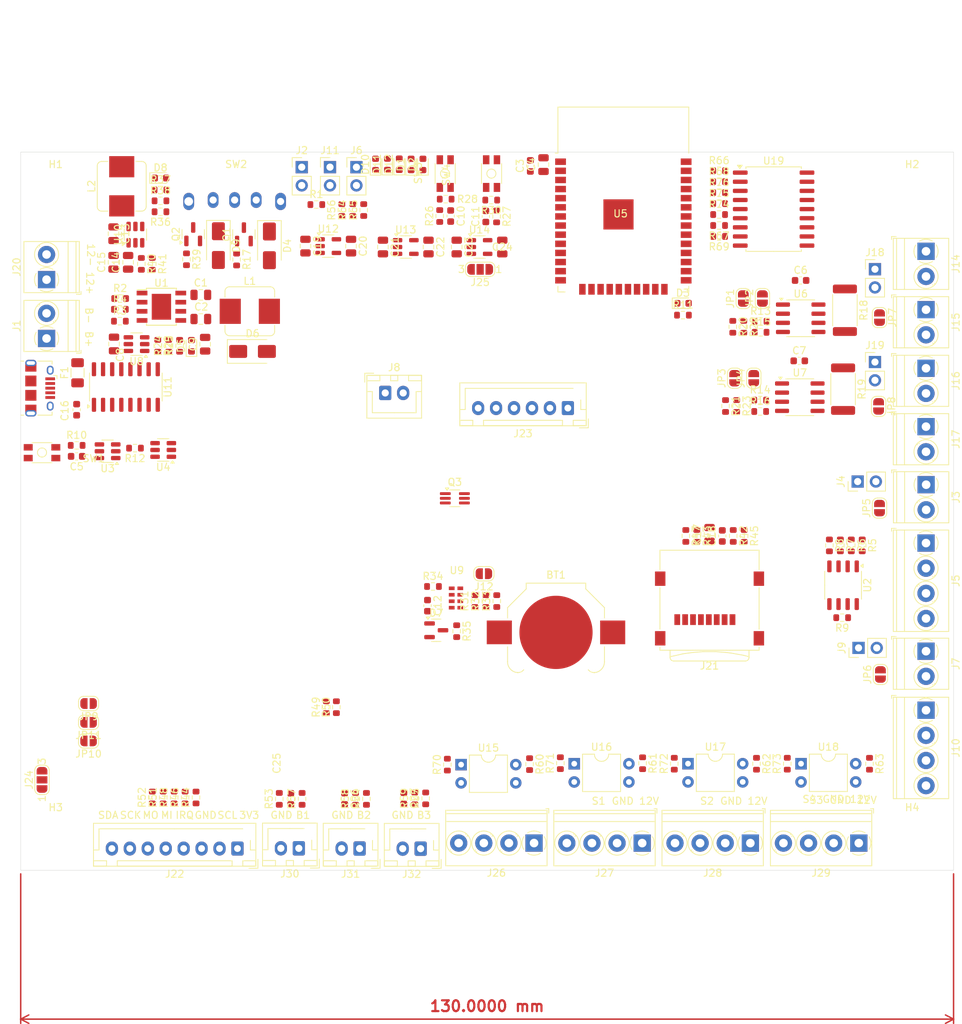
<source format=kicad_pcb>
(kicad_pcb (version 20240108) (generator "pcbnew") (generator_version "8.0")
  (layers (0 "F.Cu" signal) (31 "B.Cu" signal) (34 "B.Paste" user) (35 "F.Paste" user) (36 "B.SilkS" user "B.Silkscreen") (37 "F.SilkS" user "F.Silkscreen") (38 "B.Mask" user) (39 "F.Mask" user) (44 "Edge.Cuts" user))
  (net 0 "")
  (net 1 "Net-(BT1-+)")
  (net 2 "GND")
  (net 3 "/Vpre_5V")
  (net 4 "/BAT+")
  (net 5 "+3V3")
  (net 6 "Net-(U3-VCC)")
  (net 7 "/BAT-")
  (net 8 "IO0")
  (net 9 "RESET")
  (net 10 "Vbat_5V")
  (net 11 "Net-(D7-K)")
  (net 12 "VIN_12V")
  (net 13 "VIN_5V")
  (net 14 "VDL_3V3")
  (net 15 "+5V")
  (net 16 "/VRFID_3V3")
  (net 17 "GPA0")
  (net 18 "GPA1")
  (net 19 "GPA2")
  (net 20 "Net-(D1-K)")
  (net 21 "Net-(D1-A)")
  (net 22 "Net-(D2-K)")
  (net 23 "Net-(D3-A)")
  (net 24 "Net-(D4-K)")
  (net 25 "Net-(D5-A)")
  (net 26 "/SW_5V")
  (net 27 "/V_USB")
  (net 28 "Net-(D11-A)")
  (net 29 "Net-(D12-A)")
  (net 30 "Net-(U10-SW)")
  (net 31 "/V_in")
  (net 32 "RS485_VSS_ch2")
  (net 33 "RS485_VDD_ch2")
  (net 34 "12V_IN")
  (net 35 "RS485_A_ch2")
  (net 36 "RS485_B_ch2")
  (net 37 "RS485_VSS_aux")
  (net 38 "RS485_VDD_aux")
  (net 39 "420_VSS_ch2")
  (net 40 "420_VDD_ch2")
  (net 41 "/EVI")
  (net 42 "Net-(J13-D-)")
  (net 43 "Net-(J13-D+)")
  (net 45 "GPA6")
  (net 46 "GPA5")
  (net 47 "GPA4")
  (net 48 "420_sens_ch2+")
  (net 49 "420_VSS_ch1")
  (net 50 "420_sens_ch1+")
  (net 52 "Net-(J21-CMD)")
  (net 54 "/EN_VS_S")
  (net 55 "/EN_VS")
  (net 56 "/EN_VDL_S")
  (net 57 "/EN_VDL")
  (net 58 "S1_IN")
  (net 59 "S2_IN")
  (net 60 "S3_IN")
  (net 61 "S4_IN")
  (net 62 "Net-(J21-DAT3{slash}CD)")
  (net 63 "Net-(J21-DAT0)")
  (net 64 "Net-(J21-CLK)")
  (net 65 "Net-(JP1-A)")
  (net 66 "Net-(JP2-A)")
  (net 67 "Net-(JP3-A)")
  (net 68 "Net-(JP4-A)")
  (net 69 "A0")
  (net 70 "A1")
  (net 71 "A2")
  (net 72 "Net-(J22-Pin_2)")
  (net 73 "DTR#")
  (net 74 "Net-(J22-Pin_7)")
  (net 75 "RST#")
  (net 76 "Net-(U1-PROG)")
  (net 77 "BAT_LVL")
  (net 78 "485_TX")
  (net 79 "/VS_3V3")
  (net 80 "RS485_EN")
  (net 81 "485_RX")
  (net 82 "IO2")
  (net 83 "/CS")
  (net 84 "SDA")
  (net 85 "SCL")
  (net 86 "Net-(J22-Pin_8)")
  (net 87 "IRQ")
  (net 88 "420_VDD_ch1")
  (net 89 "Net-(J22-Pin_6)")
  (net 90 "/FB_5V")
  (net 91 "Net-(R30-Pad2)")
  (net 92 "/INT")
  (net 93 "SPI1_MOSI")
  (net 94 "V_AUTO_LVL")
  (net 95 "SPI1_CLK")
  (net 96 "SD_CS")
  (net 97 "SPI1_MISO")
  (net 98 "SENSOR 1")
  (net 99 "SENSOR 2")
  (net 100 "SENSOR 3")
  (net 101 "SENSOR 4")
  (net 102 "Net-(J22-Pin_5)")
  (net 103 "Net-(J31-Pin_1)")
  (net 104 "MCP_RESET")
  (net 105 "INTA")
  (net 107 "/OC")
  (net 108 "/OD")
  (net 113 "KC3")
  (net 114 "KC1")
  (net 115 "TX")
  (net 116 "KR1")
  (net 117 "KC2")
  (net 120 "RX")
  (net 121 "KC4")
  (net 122 "KR2")
  (net 123 "KR4")
  (net 127 "KR3")
  (net 140 "Net-(J32-Pin_1)")
  (net 141 "GPA7")
  (net 142 "Net-(J30-Pin_1)")
  (net 143 "Net-(Q3B-B1)")
  (net 144 "Net-(Q3A-B1)")
  (net 145 "Net-(R28-Pad2)")
  (net 146 "Net-(U19-SDA)")
  (net 147 "Net-(U10-VBST)")
  (net 148 "Net-(D8-A)")
  (net 149 "Net-(R71-Pad2)")
  (net 150 "Net-(R72-Pad2)")
  (net 151 "Net-(D10-A)")
  (net 152 "Net-(U10-VFB)")
  (net 153 "Net-(R73-Pad2)")
  (net 154 "Net-(U19-SCL)")
  (net 155 "Net-(R70-Pad2)")
  (footprint "Capacitor_SMD:C_0805_2012Metric" (layer "F.Cu") (at 93.151 53.345)
    (property "Reference" "C1")
    (property "Value" "10u")
  )
  (footprint "Resistor_SMD:R_0603_1608Metric" (layer "F.Cu") (at 126.443 42.364 90)
    (property "Reference" "R26")
    (property "Value" "10k")
  )
  (footprint "Inductor_SMD:L_Bourns_SRP7028A_7.3x6.6mm" (layer "F.Cu") (at 99.976 55.631)
    (property "Reference" "L1")
    (property "Value" "22u")
  )
  (footprint "Resistor_SMD:R_0603_1608Metric" (layer "F.Cu") (at 81.8718 57.006)
    (property "Reference" "R3")
    (property "Value" "12k")
  )
  (footprint "Resistor_SMD:R_0603_1608Metric" (layer "F.Cu") (at 168.81 57.79 -90)
    (property "Reference" "R22")
    (property "Value" "10k")
  )
  (footprint "Resistor_SMD:R_0603_1608Metric" (layer "F.Cu") (at 86.387 49.027 -90)
    (property "Reference" "R41")
    (property "Value" "30k")
  )
  (footprint "IoWLabs:SMD_SWITCH" (layer "F.Cu") (at 127.206 36.458 90)
    (property "Reference" "SW3")
    (property "Value" "SW_DIP_x02")
  )
  (footprint "Package_TO_SOT_SMD:SOT-23" (layer "F.Cu") (at 99.153 44.9145 90)
    (property "Reference" "Q1")
    (property "Value" "Q_PMOS_GSD")
  )
  (footprint "Jumper:SolderJumper-2_P1.3mm_Open_RoundedPad1.0x1.5mm" (layer "F.Cu") (at 170.21 64.9445 90)
    (property "Reference" "JP4")
    (property "Value" "SolderJumper_2_Open")
  )
  (footprint "IoWLabs:ESP32-WROOM-32" (layer "F.Cu") (at 152.033 43.053)
    (property "Reference" "U5")
    (property "Value" "ESP32-WROOM-32D")
  )
  (footprint "Resistor_SMD:R_0603_1608Metric" (layer "F.Cu") (at 112.803 41.534 90)
    (property "Reference" "R56")
    (property "Value" "1k")
  )
  (footprint "Capacitor_SMD:C_0805_2012Metric" (layer "F.Cu") (at 93.753 60.2115 90)
    (property "Reference" "C9")
    (property "Value" "22u")
  )
  (footprint "Package_SO:SOIC-8_3.9x4.9mm_P1.27mm" (layer "F.Cu") (at 176.622 67.5885)
    (property "Reference" "U7")
    (property "Value" "INA219AxD")
  )
  (footprint "Resistor_SMD:R_0603_1608Metric" (layer "F.Cu") (at 167.345 86.9045 -90)
    (property "Reference" "R42")
    (property "Value" "3.3k")
  )
  (footprint "Package_SO:SOIC-18W_7.5x11.6mm_P1.27mm" (layer "F.Cu") (at 172.974 41.402)
    (property "Reference" "U19")
    (property "Value" "MCP23008-xSO")
  )
  (footprint "Jumper:SolderJumper-2_P1.3mm_Open_RoundedPad1.0x1.5mm" (layer "F.Cu") (at 77.512 110.241 180)
    (property "Reference" "JP9")
    (property "Value" "SolderJumper_2_Open")
  )
  (footprint "Package_TO_SOT_SMD:SOT-363_SC-70-6_Handsoldering" (layer "F.Cu") (at 128.551 81.666)
    (property "Reference" "Q3")
    (property "Value" "Q_Dual_NPN_NPN_BRT_E1B1C2E2B2C1")
  )
  (footprint "Package_DIP:DIP-4_W7.62mm" (layer "F.Cu") (at 176.794 118.618)
    (property "Reference" "U18")
    (property "Value" "PC817")
  )
  (footprint "Resistor_SMD:R_0603_1608Metric" (layer "F.Cu") (at 138.965 118.675 -90)
    (property "Reference" "R60")
    (property "Value" "1k")
  )
  (footprint "Connector_PinHeader_2.54mm:PinHeader_1x02_P2.54mm_Vertical" (layer "F.Cu") (at 187.098 62.695)
    (property "Reference" "J19")
    (property "Value" "HDR-2x1")
  )
  (footprint "Resistor_SMD:R_0603_1608Metric" (layer "F.Cu") (at 132.869 95.976 90)
    (property "Reference" "R32")
    (property "Value" "100k")
  )
  (footprint "Resistor_SMD:R_0603_1608Metric" (layer "F.Cu") (at 174.879 118.618 90)
    (property "Reference" "R73")
    (property "Value" "1k")
  )
  (footprint "Resistor_SMD:R_0603_1608Metric" (layer "F.Cu") (at 165.376 45.207 180)
    (property "Reference" "R69")
    (property "Value" "3.3k")
  )
  (footprint "Package_TO_SOT_SMD:SOT-23-5" (layer "F.Cu") (at 110.909 46.553)
    (property "Reference" "U12")
    (property "Value" "AP2112K-3.3")
  )
  (footprint "Connector_JST:JST_XH_B6B-XH-AM_1x06_P2.50mm_Vertical" (layer "F.Cu") (at 144.299 69.105 180)
    (property "Reference" "J23")
    (property "Value" "Conn_01x08")
  )
  (footprint "Connector_JST:JST_XH_B2B-XH-AM_1x02_P2.50mm_Vertical" (layer "F.Cu") (at 123.785 130.446 180)
    (property "Reference" "J32")
    (property "Value" "Conn_01x02")
  )
  (footprint "Resistor_SMD:R_0603_1608Metric" (layer "F.Cu") (at 75.846 74.3)
    (property "Reference" "R10")
    (property "Value" "100")
  )
  (footprint "Resistor_SMD:R_0603_1608Metric" (layer "F.Cu") (at 133.619 40.141 180)
    (property "Reference" "R30")
    (property "Value" "0")
  )
  (footprint "TerminalBlock_Phoenix:TerminalBlock_Phoenix_PT-1,5-4-3.5-H_1x04_P3.50mm_Horizontal" (layer "F.Cu") (at 194.21 111.171 -90)
    (property "Reference" "J10")
    (property "Value" "HDR-4x1")
  )
  (footprint "TerminalBlock_Phoenix:TerminalBlock_Phoenix_PT-1,5-2-3.5-H_1x02_P3.50mm_Horizontal" (layer "F.Cu") (at 194.229 79.771 -90)
    (property "Reference" "J3")
    (property "Value" "HDR-2x1")
  )
  (footprint "Connector_JST:JST_XH_B8B-XH-AM_1x08_P2.50mm_Vertical" (layer "F.Cu") (at 98.258 130.429 180)
    (property "Reference" "J22")
    (property "Value" "Conn_01x08")
  )
  (footprint "Capacitor_SMD:C_0603_1608Metric" (layer "F.Cu") (at 105.691 123.513 -90)
    (property "Reference" "C25")
    (property "Value" "0.1uF")
  )
  (footprint "Connector_PinHeader_2.54mm:PinHeader_1x02_P2.54mm_Vertical" (layer "F.Cu") (at 184.807 102.494 90)
    (property "Reference" "J9")
    (property "Value" "HDR-2x1")
  )
  (footprint "Resistor_SMD:R_0603_1608Metric" (layer "F.Cu") (at 171.16 57.028)
    (property "Reference" "R13")
    (property "Value" "10k")
  )
  (footprint "TerminalBlock_Phoenix:TerminalBlock_Phoenix_PT-1,5-4-3.5-H_1x04_P3.50mm_Horizontal" (layer "F.Cu") (at 194.21 87.899 -90)
    (property "Reference" "J5")
    (property "Value" "HDR-4x1")
  )
  (footprint "TerminalBlock_Phoenix:TerminalBlock_Phoenix_PT-1,5-4-3.5-H_1x04_P3.50mm_Horizontal" (layer "F.Cu") (at 184.843 129.672 180)
    (property "Reference" "J29")
    (property "Value" "HDR-4x1")
  )
  (footprint "Resistor_SMD:R_0603_1608Metric" (layer "F.Cu") (at 107.261 123.513 90)
    (property "Reference" "R57")
    (property "Value" "1k")
  )
  (footprint "Resistor_SMD:R_0603_1608Metric" (layer "F.Cu") (at 83.974 74.681 180)
    (property "Reference" "R12")
    (property "Value" "1k")
  )
  (footprint "Resistor_SMD:R_0603_1608Metric" (layer "F.Cu") (at 81.8718 55.355)
    (property "Reference" "R4")
    (property "Value" "30k")
  )
  (footprint "Package_SO:SOP-8_3.9x4.9mm_P1.27mm" (layer "F.Cu") (at 182.653 93.77 -90)
    (property "Reference" "U2")
    (property "Value" "MAX3485")
  )
  (footprint "IoWLabs:SMD_SWITCH" (layer "F.Cu") (at 71.02 75.316)
    (property "Reference" "SW1")
    (property "Value" "SW_DIP_x02")
  )
  (footprint "Resistor_SMD:R_0603_1608Metric" (layer "F.Cu") (at 143.256 118.543 90)
    (property "Reference" "R71")
    (property "Value" "1k")
  )
  (footprint "Jumper:SolderJumper-2_P1.3mm_Open_RoundedPad1.0x1.5mm" (layer "F.Cu") (at 167.543 64.9445 90)
    (property "Reference" "JP3")
    (property "Value" "SolderJumper_2_Open")
  )
  (footprint "Diode_SMD:D_SMA" (layer "F.Cu") (at 100.357 61.219)
    (property "Reference" "D6")
    (property "Value" "D_Schottky")
  )
  (footprint "Capacitor_SMD:C_0805_2012Metric" (layer "F.Cu") (at 80.988 48.807 90)
    (property "Reference" "C15")
    (property "Value" "0.1u")
  )
  (footprint "TerminalBlock_Phoenix:TerminalBlock_Phoenix_PT-1,5-2-3.5-H_1x02_P3.50mm_Horizontal" (layer "F.Cu") (at 194.21 71.689 -90)
    (property "Reference" "J17")
    (property "Value" "HDR-2x1")
  )
  (footprint "Resistor_SMD:R_0603_1608Metric" (layer "F.Cu") (at 165.376 36.063)
    (property "Reference" "R66")
    (property "Value" "10k")
  )
  (footprint "Capacitor_SMD:C_0603_1608Metric" (layer "F.Cu") (at 176.736 51.3325)
    (property "Reference" "C6")
    (property "Value" "100n")
  )
  (footprint "Capacitor_SMD:C_0805_2012Metric" (layer "F.Cu") (at 107.734 46.553 -90)
    (property "Reference" "C19")
    (property "Value" "1u")
  )
  (footprint "Resistor_SMD:R_0603_1608Metric" (layer "F.Cu") (at 109.247 40.772)
    (property "Reference" "R1")
    (property "Value" "1k")
  )
  (footprint "MountingHole:MountingHole_3.2mm_M3" (layer "F.Cu") (at 192.279 39.375)
    (property "Reference" "H2")
    (property "Value" "MountingHole")
  )
  (footprint "Package_TO_SOT_SMD:SOT-23-5" (layer "F.Cu") (at 121.704 46.68)
    (property "Reference" "U13")
    (property "Value" "AP2112K-3.3")
  )
  (footprint "Resistor_SMD:R_0603_1608Metric" (layer "F.Cu") (at 160.337 56.163)
    (property "Reference" "R11")
    (property "Value" "330")
  )
  (footprint "Capacitor_SMD:C_0603_1608Metric" (layer "F.Cu") (at 132.869 42.423 90)
    (property "Reference" "C11")
    (property "Value" "100n")
  )
  (footprint "Resistor_SMD:R_0603_1608Metric" (layer "F.Cu") (at 90.959 123.322 90)
    (property "Reference" "R46")
    (property "Value" "3.3k")
  )
  (footprint "Capacitor_SMD:C_0805_2012Metric" (layer "F.Cu") (at 164.043 86.6845 90)
    (property "Reference" "C17")
    (property "Value" "10u")
  )
  (footprint "Connector_PinHeader_2.54mm:PinHeader_1x02_P2.54mm_Vertical" (layer "F.Cu") (at 107.215 35.565)
    (property "Reference" "J2")
    (property "Value" "V_USB")
  )
  (footprint "Resistor_SMD:R_0603_1608Metric" (layer "F.Cu") (at 87.149 60.4315 -90)
    (property "Reference" "R29")
    (property "Value" "1k")
  )
  (footprint "MountingHole:MountingHole_3.2mm_M3" (layer "F.Cu") (at 72.925 128.91)
    (property "Reference" "H3")
    (property "Value" "MountingHole")
  )
  (footprint "Resistor_SMD:R_0603_1608Metric" (layer "F.Cu") (at 127.268 40.014 180)
    (property "Reference" "R28")
    (property "Value" "0")
  )
  (footprint "Capacitor_SMD:C_0603_1608Metric" (layer "F.Cu") (at 75.846 75.824 180)
    (property "Reference" "C5")
    (property "Value" "100n")
  )
  (footprint "TerminalBlock_Phoenix:TerminalBlock_Phoenix_PT-1,5-2-3.5-H_1x02_P3.50mm_Horizontal" (layer "F.Cu") (at 71.655 59.413 90)
    (property "Reference" "J1")
    (property "Value" "BAT")
  )
  (footprint "Jumper:SolderJumper-2_P1.3mm_Open_RoundedPad1.0x1.5mm" (layer "F.Cu") (at 77.508 115.448 180)
    (property "Reference" "JP10")
    (property "Value" "SolderJumper_2_Open")
  )
  (footprint "Resistor_SMD:R_0603_1608Metric" (layer "F.Cu") (at 160.741 86.9045 -90)
    (property "Reference" "R47")
    (property "Value" "3.3k")
  )
  (footprint "LED_SMD:LED_0603_1608Metric" (layer "F.Cu") (at 87.529 37.0755)
    (property "Reference" "D8")
    (property "Value" "LED")
  )
  (footprint "Jumper:SolderJumper-2_P1.3mm_Open_RoundedPad1.0x1.5mm" (layer "F.Cu") (at 168.747 53.853 90)
    (property "Reference" "JP1")
    (property "Value" "SolderJumper_2_Open")
  )
  (footprint "Connector_PinHeader_2.54mm:PinHeader_1x02_P2.54mm_Vertical" (layer "F.Cu") (at 111.152 35.56)
    (property "Reference" "J11")
    (property "Value" "IN")
  )
  (footprint "LED_SMD:LED_0603_1608Metric" (layer "F.Cu") (at 122.455 35.184 90)
    (property "Reference" "D1")
    (property "Value" "LED")
  )
  (footprint "Fuse:Fuse_1206_3216Metric" (layer "F.Cu") (at 75.973 64.191 90)
    (property "Reference" "F1")
    (property "Value" "FUSE")
  )
  (footprint "Resistor_SMD:R_0603_1608Metric" (layer "F.Cu") (at 114.327 41.534 90)
    (property "Reference" "R64")
    (property "Value" "1k")
  )
  (footprint "Resistor_SMD:R_0603_1608Metric" (layer "F.Cu") (at 167.286 57.79 -90)
    (property "Reference" "R20")
    (property "Value" "10k")
  )
  (footprint "Resistor_SMD:R_0603_1608Metric" (layer "F.Cu") (at 168.869 86.9045 -90)
    (property "Reference" "R45")
    (property "Value" "3.3k")
  )
  (footprint "Resistor_SMD:R_0603_1608Metric" (layer "F.Cu") (at 171.099 67.9925)
    (property "Reference" "R14")
    (property "Value" "10k")
  )
  (footprint "Connector_PinHeader_2.54mm:PinHeader_1x02_P2.54mm_Vertical" (layer "F.Cu") (at 184.685 79.334 90)
    (property "Reference" "J4")
    (property "Value" "HDR-2x1")
  )
  (footprint "Connector_Card:microSD_HC_Wuerth_693072010801" (layer "F.Cu") (at 164.043 97.007 180)
    (property "Reference" "J21")
    (property "Value" "Micro_SD_Card")
  )
  (footprint "Resistor_SMD:R_2512_6332Metric" (layer "F.Cu") (at 182.907 55.4815 -90)
    (property "Reference" "R18")
    (property "Value" "16")
  )
  (footprint "Resistor_SMD:R_0603_1608Metric" (layer "F.Cu") (at 112.041 110.749 90)
    (property "Reference" "R50")
    (property "Value" "10k")
  )
  (footprint "Resistor_SMD:R_0603_1608Metric" (layer "F.Cu") (at 114.708 123.513 90)
    (property "Reference" "R58")
    (property "Value" "1k")
  )
  (footprint "Resistor_SMD:R_0603_1608Metric" (layer "F.Cu") (at 171.16 58.552)
    (property "Reference" "R15")
    (property "Value" "10k")
  )
  (footprint "Resistor_SMD:R_0603_1608Metric" (layer "F.Cu") (at 124.487 123.449 90)
    (property "Reference" "R55")
    (property "Value" "10k")
  )
  (footprint "Capacitor_SMD:C_0603_1608Metric" (layer "F.Cu") (at 124.741 96.611 -90)
    (property "Reference" "C12")
    (property "Value" "10n")
  )
  (footprint "Resistor_SMD:R_0603_1608Metric" (layer "F.Cu") (at 98.137 48.422 -90)
    (property "Reference" "R17")
    (property "Value" "10k")
  )
  (footprint "Resistor_SMD:R_0603_1608Metric" (layer "F.Cu") (at 116.232 123.513 90)
    (property "Reference" "R54")
    (property "Value" "10k")
  )
  (footprint "Capacitor_SMD:C_0805_2012Metric" (layer "F.Cu") (at 124.879 46.68 -90)
    (property "Reference" "C22")
    (property "Value" "1u")
  )
  (footprint "Resistor_SMD:R_0603_1608Metric" (layer "F.Cu") (at 131.345 95.976 90)
    (property "Reference" "R31")
    (property "Value" "100k")
  )
  (footprint "Resistor_SMD:R_0603_1608Metric" (layer "F.Cu") (at 165.376 40.635)
    (property "Reference" "R75")
    (property "Value" "3.3k")
  )
  (footprint "Capacitor_SMD:C_0805_2012Metric" (layer "F.Cu") (at 128.8105 46.68 -90)
    (property "Reference" "C23")
    (property "Value" "1u")
  )
  (footprint "Resistor_SMD:R_0603_1608Metric" (layer "F.Cu") (at 159.131 118.618 90)
    (property "Reference" "R72")
    (property "Value" "1k")
  )
  (footprint "IoWLabs:SMD_SWITCH" (layer "F.Cu") (at 133.666 36.458 90)
    (property "Reference" "SW4")
    (property "Value" "SW_DIP_x02")
  )
  (footprint "Capacitor_SMD:C_0805_2012Metric" (layer "F.Cu") (at 118.529 46.68 -90)
    (property "Reference" "C21")
    (property "Value" "1u")
  )
  (footprint "Resistor_SMD:R_0603_1608Metric" (layer "F.Cu") (at 115.851 41.534 90)
    (property "Reference" "R65")
    (property "Value" "1k")
  )
  (footprint "Capacitor_SMD:C_0805_2012Metric" (layer "F.Cu") (at 93.151 56.704 180)
    (property "Reference" "C2")
    (property "Value" "10u")
  )
  (footprint "Resistor_SMD:R_0603_1608Metric" (layer "F.Cu") (at 89.435 123.322 90)
    (property "Reference" "R48")
    (property "Value" "3.3k")
  )
  (footprint "Resistor_SMD:R_0603_1608Metric" (layer "F.Cu") (at 167.816 68.8185 -90)
    (property "Reference" "R23")
    (property "Value" "10k")
  )
  (footprint "TerminalBlock_Phoenix:TerminalBlock_Phoenix_PT-1,5-2-3.5-H_1x02_P3.50mm_Horizontal" (layer "F.Cu") (at 194.21 102.956 -90)
    (property "Reference" "J7")
    (property "Value" "HDR-2x1")
  )
  (footprint "Resistor_SMD:R_0603_1608Metric" (layer "F.Cu") (at 171.099 69.5795)
    (property "Reference" "R16")
    (property "Value" "10k")
  )
  (footprint "Connector_JST:JST_XH_B2B-XH-A_1x02_P2.50mm_Vertical" (layer "F.Cu") (at 118.8505 67)
    (property "Reference" "J8")
    (property "Value" "HDR-2x1")
  )
  (footprint "Resistor_SMD:R_0603_1608Metric" (layer "F.Cu") (at 186.336 118.623 -90)
    (property "Reference" "R63")
    (property "Value" "1k")
  )
  (footprint "TerminalBlock_Phoenix:TerminalBlock_Phoenix_PT-1,5-2-3.5-H_1x02_P3.50mm_Horizontal" (layer "F.Cu") (at 71.655 51.222 90)
    (property "Reference" "J20")
    (property "Value" "IN")
  )
  (footprint "LED_SMD:LED_0603_1608Metric" (layer "F.Cu") (at 124.106 35.184 90)
    (property "Reference" "D2")
    (property "Value" "LED")
  )
  (footprint "Connector_JST:JST_XH_B2B-XH-AM_1x02_P2.50mm_Vertical" (layer "F.Cu") (at 106.807 130.397 180)
    (property "Reference" "J30")
    (property "Value" "Conn_01x02")
  )
  (footprint "Resistor_SMD:R_0603_1608Metric" (layer "F.Cu") (at 134.393 95.976 90)
    (property "Reference" "R33")
    (property "Value" "10k")
  )
  (footprint "Resistor_SMD:R_0603_1608Metric" (layer "F.Cu") (at 165.376 39.111)
    (property "Reference" "R76")
    (property "Value" "3.3k")
  )
  (footprint "Package_TO_SOT_SMD:SOT-23-6" (layer "F.Cu") (at 84.035 44.9575 90)
    (property "Reference" "U10")
    (property "Value" "TPS562200")
  )
  (footprint "MountingHole:MountingHole_3.2mm_M3" (layer "F.Cu") (at 72.925 39.375)
    (property "Reference" "H1")
    (property "Value" "MountingHole")
  )
  (footprint "Package_DIP:DIP-4_W7.62mm" (layer "F.Cu") (at 161.046 118.613)
    (property "Reference" "U17")
    (property "Value" "PC817")
  )
  (footprint "Package_TO_SOT_SMD:SOT-23" (layer "F.Cu") (at 92.0895 44.895 90)
    (property "Reference" "Q2")
    (property "Value" "Q_PMOS_GSD")
  )
  (footprint "Package_DIP:DIP-4_W7.62mm" (layer "F.Cu") (at 129.423 118.745)
    (property "Reference" "U15")
    (property "Value" "PC817")
  )
  (footprint "Resistor_SMD:R_0603_1608Metric" (layer "F.Cu") (at 166.273 68.8185 -90)
    (property "Reference" "R21")
    (property "Value" "10k")
  )
  (footprint "Capacitor_SMD:C_0805_2012Metric" (layer "F.Cu") (at 135.1605 46.68 -90)
    (property "Reference" "C24")
    (property "Value" "1u")
  )
  (footprint "Jumper:SolderJumper-2_P1.3mm_Open_RoundedPad1.0x1.5mm" (layer "F.Cu") (at 187.86 106.192 90)
    (property "Reference" "JP6")
    (property "Value" "SolderJumper_2_Open")
  )
  (footprint "Jumper:SolderJumper-2_P1.3mm_Open_RoundedPad1.0x1.5mm" (layer "F.Cu") (at 77.508 112.856 180)
    (property "Reference" "JP11")
    (property "Value" "SolderJumper_2_Open")
  )
  (footprint "Resistor_SMD:R_0603_1608Metric" (layer "F.Cu") (at 154.713 118.553 -90)
    (property "Reference" "R61")
    (property "Value" "1k")
  )
  (footprint "Package_TO_SOT_SMD:SOT-23-6" (layer "F.Cu") (at 87.911 74.935 180)
    (property "Reference" "U4")
    (property "Value" "FS8205A")
  )
  (footprint "Package_TO_SOT_SMD:SOT-23-6" (layer "F.Cu") (at 84.192 60.2005 180)
    (property "Reference" "U8")
    (property "Value" "MT3608")
  )
  (footprint "IoWLabs:SON-8" (layer "F.Cu") (at 128.713 95.548)
    (property "Reference" "U9")
    (property "Value" "RV-8803")
  )
  (footprint "Package_SO:SOIC-16_3.9x9.9mm_P1.27mm" (layer "F.Cu") (at 82.704 66.172 90)
    (property "Reference" "U11")
    (property "Value" "CH340C")
  )
  (footprint "Connector_JST:JST_XH_B2B-XH-AM_1x02_P2.50mm_Vertical" (layer "F.Cu") (at 115.276 130.429 180)
    (property "Reference" "J31")
    (property "Value" "Conn_01x02")
  )
  (footprint "Resistor_SMD:R_0603_1608Metric" (layer "F.Cu") (at 170.588 118.623 -90)
    (property "Reference" "R62")
    (property "Value" "1k")
  )
  (footprint "Diode_SMD:D_SMA" (layer "F.Cu") (at 102.709 46.517 -90)
    (property "Reference" "D4")
    (property "Value" "D_Schottky")
  )
  (footprint "Capacitor_SMD:C_0805_2012Metric" (layer "F.Cu") (at 80.987 44.8305 -90)
    (property "Reference" "C13")
    (property "Value" "0.1u")
  )
  (footprint "Jumper:SolderJumper-3_P1.3mm_Open_RoundedPad1.0x1.5mm_NumberLabels" (layer "F.Cu") (at 71.02 120.869 90)
    (property "Reference" "J24")
    (property "Value" "HDR-3x1")
  )
  (footprint "Capacitor_SMD:C_0603_1608Metric" (layer "F.Cu") (at 121.439 123.449 -90)
    (property "Reference" "C27")
    (property "Value" "0.1uF")
  )
  (footprint "Diode_SMD:D_SMA" (layer "F.Cu") (at 95.597 46.485 -90)
    (property "Reference" "D9")
    (property "Value" "D_Schottky")
  )
  (footprint "TerminalBlock_Phoenix:TerminalBlock_Phoenix_PT-1,5-4-3.5-H_1x04_P3.50mm_Horizontal" (layer "F.Cu") (at 169.73 129.672 180)
    (property "Reference" "J28")
    (property "Value" "HDR-4x1")
  )
  (footprint "Inductor_SMD:L_Bourns_SRP7028A_7.3x6.6mm" (layer "F.Cu") (at 82.13 38.2265 90)
    (property "Reference" "L2")
    (property "Value" "4.7u")
  )
  (footprint "Battery:BatteryHolder_Keystone_3000_1x12mm" (layer "F.Cu") (at 142.648 100.335)
    (property "Reference" "BT1")
    (property "Value" "Battery_Cell")
  )
  (footprint "Resistor_SMD:R_0603_1608Metric" (layer "F.Cu") (at 180.748 88.224 -90)
    (property "Reference" "R8")
    (property "Value" "10k")
  )
  (footprint "Resistor_SMD:R_0603_1608Metric" (layer "F.Cu") (at 183.796 88.224 -90)
    (property "Reference" "R6")
    (property "Value" "10k")
  )
  (footprint "Jumper:SolderJumper-2_P1.3mm_Open_RoundedPad1.0x1.5mm" (layer "F.Cu") (at 187.733 56.505 -90)
    (property "Reference" "JP7")
    (property "Value" "SolderJumper_2_Open")
  )
  (footprint "Resistor_SMD:R_0603_1608Metric" (layer "F.Cu") (at 128.805 100.167 -90)
    (property "Reference" "R35")
    (property "Value" "3.3k")
  )
  (footprint "Capacitor_SMD:C_0805_2012Metric" (layer "F.Cu") (at 81.053 60.1775 -90)
    (property "Reference" "C8")
    (property "Value" "22u")
  )
  (footprint "Jumper:SolderJumper-3_P1.3mm_Open_RoundedPad1.0x1.5mm_NumberLabels" (layer "F.Cu") (at 132.077 49.789 180)
    (property "Reference" "J25")
    (property "Value" "HDR-3x1")
  )
  (footprint "Resistor_SMD:R_0603_1608Metric" (layer "F.Cu") (at 87.529 38.7265)
    (property "Reference" "R37")
    (property "Value" "470")
  )
  (footprint "Resistor_SMD:R_0603_1608Metric" (layer "F.Cu") (at 162.265 86.9045 -90)
    (property "Reference" "R43")
    (property "Value" "3.3k")
  )
  (footprint "Capacitor_SMD:C_0805_2012Metric" (layer "F.Cu") (at 114.084 46.553 -90)
    (property "Reference" "C20")
    (property "Value" "1u")
  )
  (footprint "Capacitor_SMD:C_0805_2012Metric" (layer "F.Cu") (at 83.02 48.807 90)
    (property "Reference" "C14")
    (property "Value" "10u")
  )
  (footprint "Package_TO_SOT_SMD:SOT-23" (layer "F.Cu") (at 125.9625 100.04)
    (property "Reference" "D7")
    (property "Value" "BAS70-05")
  )
  (footprint "LED_SMD:LED_0603_1608Metric" (layer "F.Cu") (at 91.848 60.4315 90)
    (property "Reference" "D5")
    (property "Value" "LED")
  )
  (footprint "IoWLabs:TP4056_SOP-8-PP" (layer "F.Cu") (at 87.657 54.996)
    (property "Reference" "U1")
    (property "Value" "TP4056")
  )
  (footprint "Connector_PinHeader_2.54mm:PinHeader_1x02_P2.54mm_Vertical" (layer "F.Cu") (at 114.835 35.565)
    (property "Reference" "J6")
    (property "Value" "HDR-2x1")
  )
  (footprint "Resistor_SMD:R_0603_1608Metric" (layer "F.Cu") (at 110.644 110.749 90)
    (property "Reference" "R49")
    (property "Value" "10k")
  )
  (footprint "Resistor_SMD:R_0603_1608Metric" (layer "F.Cu") (at 87.911 123.322 90)
    (property "Reference" "R51")
    (property "Value" "3.3k")
  )
  (footprint "Capacitor_SMD:C_0805_2012Metric" (layer "F.Cu") (at 140.906 35.208 90)
    (property "Reference" "C4")
    (property "Value" "10u")
  )
  (footprint "TerminalBlock_Phoenix:TerminalBlock_Phoenix_PT-1,5-2-3.5-H_1x02_P3.50mm_Horizontal" (layer "F.Cu") (at 194.21 47.277 -90)
    (property "Reference" "J14")
    (property "Value" "HDR-2x1")
  )
  (footprint "Jumper:SolderJumper-2_P1.3mm_Open_RoundedPad1.0x1.5mm" (layer "F.Cu") (at 171.414 53.853 90)
    (property "Reference" "JP2")
    (property "Value" "SolderJumper_2_Open")
  )
  (footprint "Capacitor_SMD:C_0603_1608Metric" (layer "F.Cu") (at 127.967 42.364 -90)
    (property "Reference" "C10")
    (property "Value" "100n")
  )
  (footprint "TerminalBlock_Phoenix:TerminalBlock_Phoenix_PT-1,5-4-3.5-H_1x04_P3.50mm_Horizontal" (layer "F.Cu") (at 154.658 129.672 180)
    (property "Reference" "J27")
    (property "Value" "HDR-4x1")
  )
  (footprint "Resistor_SMD:R_0603_1608Metric" (layer "F.Cu") (at 134.369 42.423 -90)
    (property "Reference" "R27")
    (property "Value" "10k")
  )
  (footprint "IoWLabs:SS-12F23-G040" (layer "F.Cu") (at 97.865 40.137)
    (property "Reference" "SW2")
    (property "Value" "~")
  )
  (footprint "Resistor_SMD:R_0603_1608Metric" (layer "F.Cu") (at 91.152 48.39 -90)
    (property "Reference" "R39")
    (property "Value" "10k")
  )
  (footprint "Jumper:SolderJumper-2_P1.3mm_Open_RoundedPad1.0x1.5mm" (layer "F.Cu") (at 187.606 68.867 -90)
    (property "Reference" "JP8")
    (property "Value" "SolderJumper_2_Open")
  )
  (footprint "TerminalBlock_Phoenix:TerminalBlock_Phoenix_PT-1,5-4-3.5-H_1x04_P3.50mm_Horizontal" (layer "F.Cu") (at 139.588 129.667 180)
    (property "Reference" "J26")
    (property "Value" "HDR-4x1")
  )
  (footprint "Capacitor_SMD:C_0603_1608Metric" (layer "F.Cu") (at 176.547 62.5315)
    (property "Reference" "C7")
    (property "Value" "100n")
  )
  (footprint "Connector_USB:USB_Micro-B_Amphenol_10118194_Horizontal" (layer "F.Cu") (at 70.763 66.329 -90)
    (property "Reference" "J13" (hide yes))
    (property "Value" "USB_B_Micro")
  )
  (footprint "LED_SMD:LED_0603_1608Metric" (layer "F.Cu") (at 120.804 35.1585 90)
    (property "Reference" "D12")
    (property "Value" "LED")
  )
  (footprint "Package_SO:SOIC-8_3.9x4.9mm_P1.27mm" (layer "F.Cu") (at 176.749 56.6015)
    (property "Reference" "U6")
    (property "Value" "INA219AxD")
  )
  (footprint "Capacitor_SMD:C_0603_1608Metric" (layer "F.Cu") (at 75.846 69.331 -90)
    (property "Reference" "C16")
    (property "Value" "100n")
  )
  (footprint "TerminalBlock_Phoenix:TerminalBlock_Phoenix_PT-1,5-2-3.5-H_1x02_P3.50mm_Horizontal" (layer "F.Cu") (at 194.21 63.561 -90)
    (property "Reference" "J16")
    (property "Value" "HDR-2x1")
  )
  (footprint "Resistor_SMD:R_0603_1608Metric" (layer "F.Cu") (at 92.483 123.322 90)
    (property "Reference" "R44")
    (property "Value" "10k")
  )
  (footprint "Package_TO_SOT_SMD:SOT-23-5" (layer "F.Cu") (at 131.9855 46.68)
    (property "Reference" "U14")
    (property "Value" "AP2112K-3.3")
  )
  (footprint "LED_SMD:LED_0603_1608Metric" (layer "F.Cu") (at 117.502 35.184 90)
    (property "Reference" "D10")
    (property "Value" "LED")
  )
  (footprint "Resistor_SMD:R_0603_1608Metric" (layer "F.Cu") (at 165.376 42.159)
    (property "Reference" "R74")
    (property "Value" "3.3k")
  )
  (footprint "Resistor_SMD:R_0603_1608Metric" (layer "F.Cu") (at 165.376 37.587)
    (property "Reference" "R68")
    (property "Value" "10k")
  )
  (footprint "MountingHole:MountingHole_3.2mm_M3" (layer "F.Cu") (at 192.279 128.91)
    (property "Reference" "H4")
    (property "Value" "MountingHole")
  )
  (footprint "LED_SMD:LED_0603_1608Metric" (layer "F.Cu") (at 160.337 54.512)
    (property "Reference" "D3")
    (property "Value" "LED")
  )
  (footprint "Resistor_SMD:R_0603_1608Metric" (layer "F.Cu") (at 127.508 118.745 90)
    (property "Reference" "R70")
    (property "Value" "1k")
  )
  (footprint "Resistor_SMD:R_0603_1608Metric" (layer "F.Cu") (at 104.086 123.513 90)
    (property "Reference" "R53")
    (property "Value" "10k")
  )
  (footprint "Capacitor_SMD:C_0603_1608Metric" (layer "F.Cu") (at 139.07 35.387 90)
    (property "Reference" "C3")
    (property "Value" "100n")
  )
  (footprint "Resistor_SMD:R_0603_1608Metric" (layer "F.Cu") (at 165.376 43.683 180)
    (property "Reference" "R67")
    (property "Value" "3.3k")
  )
  (footprint "Resistor_SMD:R_0603_1608Metric" (layer "F.Cu") (at 122.963 123.449 90)
    (property "Reference" "R59")
    (property "Value" "1k")
  )
  (footprint "Resistor_SMD:R_0603_1608Metric" (layer "F.Cu") (at 87.529 41.7745 180)
    (property "Reference" "R36")
    (property "Value" "54.9k")
  )
  (footprint "Resistor_SMD:R_0603_1608Metric" (layer "F.Cu") (at 88.673 60.4315 90)
    (property "Reference" "R24")
    (property "Value" "7k5")
  )
  (footprint "Connector_PinHeader_2.54mm:PinHeader_1x02_P2.54mm_Vertical" (layer "F.Cu") (at 187.098 49.769)
    (property "Reference" "J18")
    (property "Value" "HDR-2x1")
  )
  (footprint "Resistor_SMD:R_0603_1608Metric" (layer "F.Cu") (at 185.32 88.224 -90)
    (property "Reference" "R5")
    (property "Value" "10k")
  )
  (footprint "Resistor_SMD:R_0603_1608Metric" (layer "F.Cu") (at 182.272 88.224 -90)
    (property "Reference" "R7")
    (property "Value" "10k")
  )
  (footprint "Capacitor_SMD:C_0603_1608Metric" (layer "F.Cu") (at 113.184 123.5 -90)
    (property "Reference" "C26")
    (property "Value" "0.1uF")
  )
  (footprint "Capacitor_SMD:C_0603_1608Metric" (layer "F.Cu") (at 165.821 86.9045 90)
    (property "Reference" "C18")
    (property "Value" "100n")
  )
  (footprint "LED_SMD:LED_0603_1608Metric" (layer "F.Cu") (at 119.153 35.1585 90)
    (property "Reference" "D11")
    (property "Value" "LED")
  )
  (footprint "Resistor_SMD:R_0603_1608Metric" (layer "F.Cu") (at 182.526 98.286 180)
    (property "Reference" "R9")
    (property "Value" "120")
  )
  (footprint "Resistor_SMD:R_0603_1608Metric" (layer "F.Cu") (at 87.529 40.2505)
    (property "Reference" "R38")
    (property "Value" "10k")
  )
  (footprint "Resistor_SMD:R_0603_1608Metric" (layer "F.Cu") (at 125.503 93.944)
    (property "Reference" "R34")
    (property "Value" "10k")
  )
  (footprint "Resistor_SMD:R_2512_6332Metric" (layer "F.Cu") (at 182.653 66.4685 -90)
    (property "Reference" "R19")
    (property "Value" "16")
  )
  (footprint "Package_DIP:DIP-4_W7.62mm" (layer "F.Cu") (at 145.188 118.623)
    (property "Reference" "U16")
    (property "Value" "PC817")
  )
  (footprint "Jumper:SolderJumper-2_P1.3mm_Open_RoundedPad1.0x1.5mm" (layer "F.Cu") (at 132.6 92.166 180)
    (property "Reference" "J12")
    (property "Value" "Conn_01x02")
  )
  (footprint "Resistor_SMD:R_0603_1608Metric" (layer "F.Cu") (at 90.197 60.4315 90)
    (property "Reference" "R25")
    (property "Value" "470")
  )
  (footprint "Resistor_SMD:R_0603_1608Metric" (layer "F.Cu") (at 86.387 123.322 90)
    (property "Reference" "R52")
    (property "Value" "10k")
  )
  (footprint "Resistor_SMD:R_0603_1608Metric" (layer "F.Cu") (at 81.909 53.853)
    (property "Reference" "R2")
    (property "Value" "1k2")
  )
  (footprint "Jumper:SolderJumper-2_P1.3mm_Open_RoundedPad1.0x1.5mm" (layer "F.Cu") (at 187.733 83.032 90)
    (property "Reference" "JP5")
    (property "Value" "SolderJumper_2_Open")
  )
  (footprint "Package_TO_SOT_SMD:SOT-23-6" (layer "F.Cu") (at 80.1585 75.115 180)
    (property "Reference" "U3")
    (property "Value" "DW01")
  )
  (footprint "TerminalBlock_Phoenix:TerminalBlock_Phoenix_PT-1,5-2-3.5-H_1x02_P3.50mm_Horizontal" (layer "F.Cu") (at 194.21 55.405 -90)
    (property "Reference" "J15")
    (property "Value" "HDR-2x1")
  )
  (footprint "Resistor_SMD:R_0603_1608Metric" (layer "F.Cu") (at 84.863 49.027 -90)
    (property "Reference" "R40")
    (property "Value" "12k")
  )
  (gr_rect (start 68.05 33.458) (end 198.05 133.458) (stroke (width 0.05)) (fill none) (layer "Edge.Cuts"))
  (gr_text "12V" (at 183.516 124.149 0) (layer "F.SilkS") (effects (font (size 1 1)) (justify left bottom)))
  (gr_text "B+" (at 76.989 58.298 270) (layer "F.SilkS") (effects (font (size 1 1)) (justify left bottom)))
  (gr_text "12V" (at 154.137 124.403 0) (layer "F.SilkS") (effects (font (size 1 1)) (justify left bottom)))
  (gr_text "12V" (at 184.49 124.276 0) (layer "F.SilkS") (effects (font (size 1 1)) (justify left bottom)))
  (gr_text "S3" (at 177.886 124.276 0) (layer "F.SilkS") (effects (font (size 1 1)) (justify left bottom)))
  (gr_text "S2" (at 162.646 124.403 0) (layer "F.SilkS") (effects (font (size 1 1)) (justify left bottom)))
  (gr_text "SCK" (at 81.789 126.37 0) (layer "F.SilkS") (effects (font (size 1 1)) (justify left bottom)))
  (gr_text "B-" (at 76.989 54.996 270) (layer "F.SilkS") (effects (font (size 1 1)) (justify left bottom)))
  (gr_text "GND" (at 165.44 124.403 0) (layer "F.SilkS") (effects (font (size 1 1)) (justify left bottom)))
  (gr_text "GND" (at 119.635 126.37 0) (layer "F.SilkS") (effects (font (size 1 1)) (justify left bottom)))
  (gr_text "3V3" (at 98.426 126.37 0) (layer "F.SilkS") (effects (font (size 1 1)) (justify left bottom)))
  (gr_text "GND" (at 150.327 124.403 0) (layer "F.SilkS") (effects (font (size 1 1)) (justify left bottom)))
  (gr_text "12-" (at 77.243 46.106 -90) (layer "F.SilkS") (effects (font (size 1 1)) (justify left bottom)))
  (gr_text "GND" (at 92.203 126.37 0) (layer "F.SilkS") (effects (font (size 1 1)) (justify left bottom)))
  (gr_text "B3" (at 123.191 126.37 0) (layer "F.SilkS") (effects (font (size 1 1)) (justify left bottom)))
  (gr_text "GND" (at 102.77 126.37 0) (layer "F.SilkS") (effects (font (size 1 1)) (justify left bottom)))
  (gr_text "B2" (at 114.809 126.37 0) (layer "F.SilkS") (effects (font (size 1 1)) (justify left bottom)))
  (gr_text "12V" (at 169.25 124.403 0) (layer "F.SilkS") (effects (font (size 1 1)) (justify left bottom)))
  (gr_text "GND" (at 180.68 124.276 0) (layer "F.SilkS") (effects (font (size 1 1)) (justify left bottom)))
  (gr_text "MO" (at 84.964 126.37 0) (layer "F.SilkS") (effects (font (size 1 1)) (justify left bottom)))
  (gr_text "IRQ" (at 89.536 126.37 0) (layer "F.SilkS") (effects (font (size 1 1)) (justify left bottom)))
  (gr_text "GND" (at 111.253 126.37 0) (layer "F.SilkS") (effects (font (size 1 1)) (justify left bottom)))
  (gr_text "B1" (at 106.326 126.37 0) (layer "F.SilkS") (effects (font (size 1 1)) (justify left bottom)))
  (gr_text "SCL" (at 95.378 126.37 0) (layer "F.SilkS") (effects (font (size 1 1)) (justify left bottom)))
  (gr_text "S1" (at 147.533 124.403 0) (layer "F.SilkS") (effects (font (size 1 1)) (justify left bottom)))
  (gr_text "12+" (at 77.116 50.043 270) (layer "F.SilkS") (effects (font (size 1 1)) (justify left bottom)))
  (gr_text "GND" (at 179.706 124.149 0) (layer "F.SilkS") (effects (font (size 1 1)) (justify left bottom)))
  (gr_text "S4" (at 176.912 124.149 0) (layer "F.SilkS") (effects (font (size 1 1)) (justify left bottom)))
  (gr_text "SDA" (at 78.741 126.37 0) (layer "F.SilkS") (effects (font (size 1 1)) (justify left bottom)))
  (gr_text "MI" (at 87.504 126.37 0) (layer "F.SilkS") (effects (font (size 1 1)) (justify left bottom)))
  (dimension (type aligned) (layer "F.Cu") (pts (xy 68.05 133.458) (xy 198.05 133.458)) (height 20.725) (gr_text "130.0000 mm" (at 133.05 152.383 0) (layer "F.Cu") (effects (font (size 1.5 1.5) (thickness 0.3)))) (format (prefix "") (suffix "") (units 3) (units_format 1) (precision 4)) (style (thickness 0.2) (arrow_length 1.27) (text_position_mode 0) (extension_height 0.58642) (extension_offset 0.5) keep_text_aligned))
)
</source>
